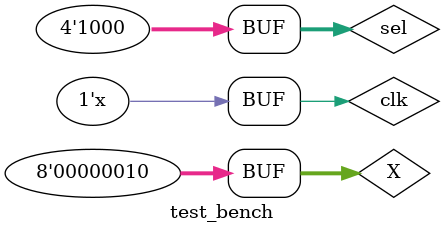
<source format=v>
`timescale 1ns / 1ps

// Group Project - Test Bench
module test_bench;
//All inputs
reg [7:0] X;            //This is the input X
reg [3:0] sel;          //This is for selecting function
reg clk;

//Outputs
wire [31:0] out;         //This is output in 32-bit IEEE-754 format


//Instantiating the main module
main_module M1 (clk, X, sel, out);

initial begin 
    clk = 1'b0;
end

always begin
    #5 clk = ~clk;
end

initial begin
    #5 sel = 4'b0000;  X = 8'b00000010;
    #5 sel = 4'b0001;  X = 8'b00000010;
    #5 sel = 4'b0010;  X = 8'b00000010;
    #5 sel = 4'b0011;  X = 8'b00000010;
    #5 sel = 4'b0100;  X = 8'b00000010;
    #5 sel = 4'b0101;  X = 8'b00000010;
    #5 sel = 4'b0110;  X = 8'b00000010;
    #5 sel = 4'b0111;  X = 8'b00000010;
    #5 sel = 4'b1000;  X = 8'b00000010;
end

endmodule

</source>
